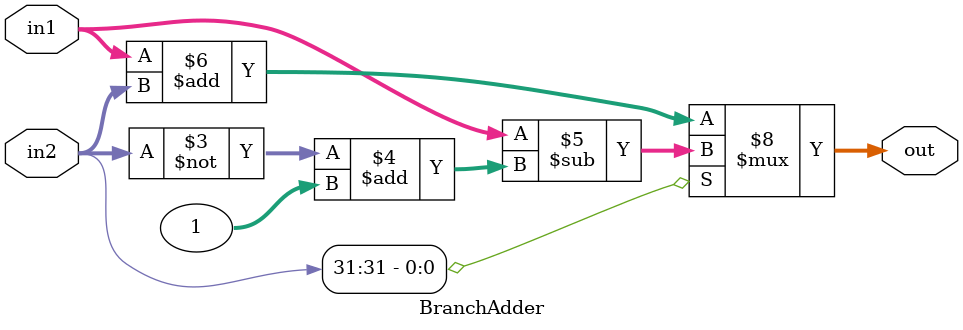
<source format=v>
module BranchAdder(in1,in2,out);
input [31:0] in1 ,in2;

output  reg[31:0] out;
reg [31:0] in22;
always @(*)
begin 

if(in2[31]==1)
begin

in22=~in2 + 1;
out = in1-in22;



end
else 
out =in1 +in2;



end

endmodule 
</source>
